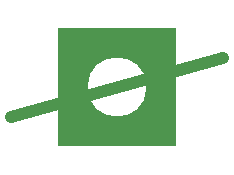
<source format=gbr>
G04 Umaco example for exposure modifier and clearing area*
%FSLAX26Y26*%
%MOMM*%
%AMSquareWithHole*
21,1,10,10,0,0,0*
1,0,5,0,0*%
%ADD10SquareWithHole*%
%ADD11C,1*%
G01*
%LPD*%
D11*
X-08939393Y-2500000D02*
X08939393Y2500000D01*
D10*
X0Y0D03*
M02* 

</source>
